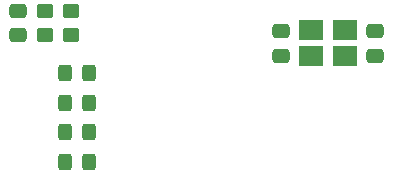
<source format=gbr>
%TF.GenerationSoftware,KiCad,Pcbnew,(6.0.0)*%
%TF.CreationDate,2022-01-04T17:40:29-06:00*%
%TF.ProjectId,minirib-usb,6d696e69-7269-4622-9d75-73622e6b6963,B*%
%TF.SameCoordinates,Original*%
%TF.FileFunction,Paste,Bot*%
%TF.FilePolarity,Positive*%
%FSLAX46Y46*%
G04 Gerber Fmt 4.6, Leading zero omitted, Abs format (unit mm)*
G04 Created by KiCad (PCBNEW (6.0.0)) date 2022-01-04 17:40:29*
%MOMM*%
%LPD*%
G01*
G04 APERTURE LIST*
G04 Aperture macros list*
%AMRoundRect*
0 Rectangle with rounded corners*
0 $1 Rounding radius*
0 $2 $3 $4 $5 $6 $7 $8 $9 X,Y pos of 4 corners*
0 Add a 4 corners polygon primitive as box body*
4,1,4,$2,$3,$4,$5,$6,$7,$8,$9,$2,$3,0*
0 Add four circle primitives for the rounded corners*
1,1,$1+$1,$2,$3*
1,1,$1+$1,$4,$5*
1,1,$1+$1,$6,$7*
1,1,$1+$1,$8,$9*
0 Add four rect primitives between the rounded corners*
20,1,$1+$1,$2,$3,$4,$5,0*
20,1,$1+$1,$4,$5,$6,$7,0*
20,1,$1+$1,$6,$7,$8,$9,0*
20,1,$1+$1,$8,$9,$2,$3,0*%
G04 Aperture macros list end*
%ADD10RoundRect,0.250000X0.475000X-0.337500X0.475000X0.337500X-0.475000X0.337500X-0.475000X-0.337500X0*%
%ADD11RoundRect,0.249999X-0.325001X-0.450001X0.325001X-0.450001X0.325001X0.450001X-0.325001X0.450001X0*%
%ADD12RoundRect,0.249999X-0.450001X0.350001X-0.450001X-0.350001X0.450001X-0.350001X0.450001X0.350001X0*%
%ADD13RoundRect,0.249999X0.450001X-0.350001X0.450001X0.350001X-0.450001X0.350001X-0.450001X-0.350001X0*%
%ADD14RoundRect,0.250000X-0.475000X0.337500X-0.475000X-0.337500X0.475000X-0.337500X0.475000X0.337500X0*%
%ADD15R,2.100000X1.800000*%
G04 APERTURE END LIST*
D10*
%TO.C,C3*%
X130000000Y-94287500D03*
X130000000Y-92212500D03*
%TD*%
D11*
%TO.C,D1*%
X134000000Y-100000000D03*
X136050000Y-100000000D03*
%TD*%
%TO.C,D2*%
X134000000Y-97500000D03*
X136050000Y-97500000D03*
%TD*%
%TO.C,D3*%
X134000000Y-105000000D03*
X136050000Y-105000000D03*
%TD*%
%TO.C,D4*%
X134000000Y-102500000D03*
X136050000Y-102500000D03*
%TD*%
D12*
%TO.C,R3*%
X132250000Y-92250000D03*
X132250000Y-94250000D03*
%TD*%
D13*
%TO.C,R4*%
X134500000Y-94250000D03*
X134500000Y-92250000D03*
%TD*%
D14*
%TO.C,C2*%
X152250000Y-93962500D03*
X152250000Y-96037500D03*
%TD*%
D15*
%TO.C,Y1*%
X157700000Y-96100000D03*
X154800000Y-96100000D03*
X154800000Y-93900000D03*
X157700000Y-93900000D03*
%TD*%
D10*
%TO.C,C9*%
X160250000Y-96037500D03*
X160250000Y-93962500D03*
%TD*%
M02*

</source>
